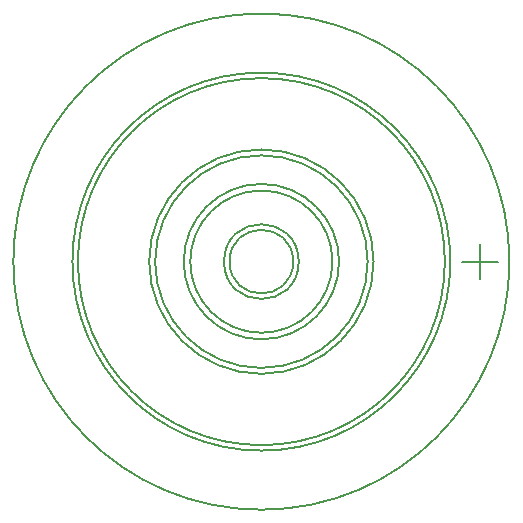
<source format=gbr>
G04 #@! TF.GenerationSoftware,KiCad,Pcbnew,no-vcs-found-33e0758~58~ubuntu16.04.1*
G04 #@! TF.CreationDate,2018-05-09T13:31:26+02:00*
G04 #@! TF.ProjectId,dropbuzzer,64726F7062757A7A65722E6B69636164,rev?*
G04 #@! TF.FileFunction,Legend,Bot*
G04 #@! TF.FilePolarity,Positive*
%FSLAX46Y46*%
G04 Gerber Fmt 4.6, Leading zero omitted, Abs format (unit mm)*
G04 Created by KiCad (PCBNEW no-vcs-found-33e0758~58~ubuntu16.04.1) date Wed May  9 13:31:26 2018*
%MOMM*%
%LPD*%
G01*
G04 APERTURE LIST*
%ADD10C,0.100000*%
%ADD11C,0.150000*%
G04 APERTURE END LIST*
D10*
D11*
X137774541Y-81957960D02*
X137774541Y-80456820D01*
X137774541Y-81957960D02*
X137774541Y-83459100D01*
X137774541Y-81957960D02*
X136275941Y-81957960D01*
X136275941Y-81957960D02*
X139275681Y-81957960D01*
X121967992Y-81957960D02*
G75*
G03X121967992Y-81957960I-2692271J0D01*
G01*
X122437992Y-81957960D02*
G75*
G03X122437992Y-81957960I-3162271J0D01*
G01*
X125296032Y-81957960D02*
G75*
G03X125296032Y-81957960I-6020311J0D01*
G01*
X125852171Y-81957960D02*
G75*
G03X125852171Y-81957960I-6576450J0D01*
G01*
X128274941Y-81957960D02*
G75*
G03X128274941Y-81957960I-8999220J0D01*
G01*
X128775321Y-81957960D02*
G75*
G03X128775321Y-81957960I-9499600J0D01*
G01*
X134807076Y-81957960D02*
G75*
G03X134807076Y-81957960I-15531355J0D01*
G01*
X135275181Y-81957960D02*
G75*
G03X135275181Y-81957960I-15999460J0D01*
G01*
X140276441Y-81957960D02*
G75*
G03X140276441Y-81957960I-21000720J0D01*
G01*
M02*

</source>
